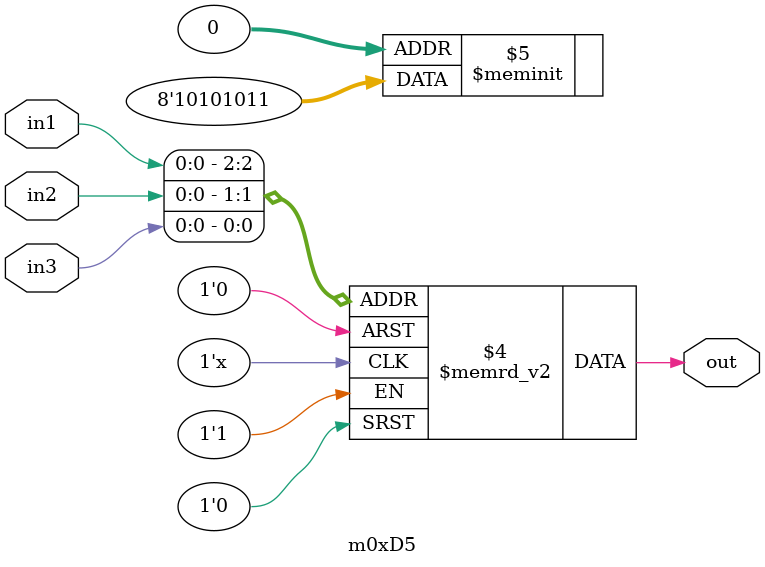
<source format=v>
module m0xD5(output out, input in1, in2, in3);

   always @(in1, in2, in3)
     begin
        case({in1, in2, in3})
          3'b000: {out} = 1'b1;
          3'b001: {out} = 1'b1;
          3'b010: {out} = 1'b0;
          3'b011: {out} = 1'b1;
          3'b100: {out} = 1'b0;
          3'b101: {out} = 1'b1;
          3'b110: {out} = 1'b0;
          3'b111: {out} = 1'b1;
        endcase // case ({in1, in2, in3})
     end // always @ (in1, in2, in3)

endmodule // m0xD5
</source>
